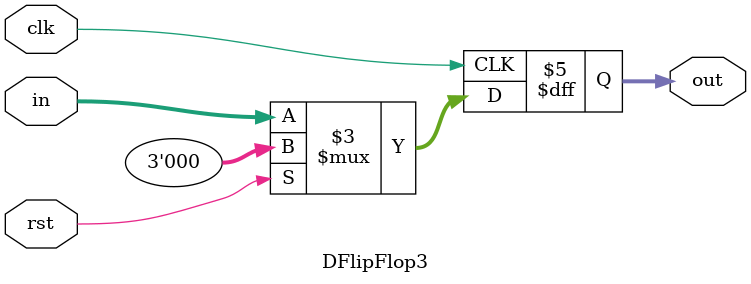
<source format=v>
`timescale 1ns / 1ns
module DFlipFlop3(out , in , rst , clk);

	output reg [2:0] out;
	input [2:0] in;
	input rst;
	input clk;

always @(posedge clk)
	begin
		if(rst) // Pressing reset is 1
			out <= 3'b000;
		else
			out <= in;
	end

endmodule

</source>
